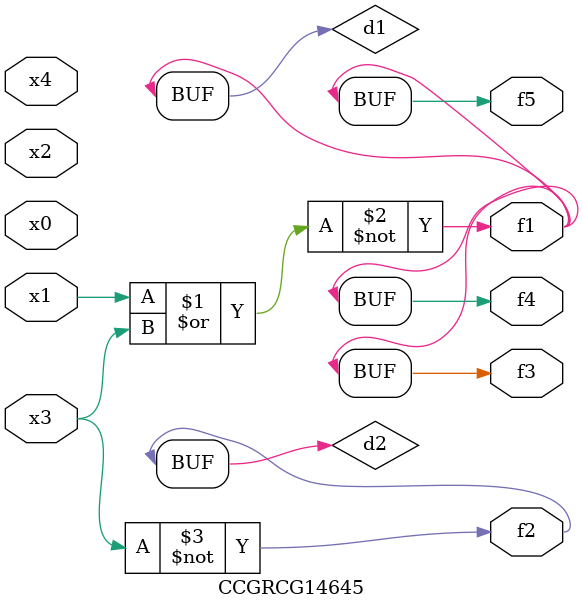
<source format=v>
module CCGRCG14645(
	input x0, x1, x2, x3, x4,
	output f1, f2, f3, f4, f5
);

	wire d1, d2;

	nor (d1, x1, x3);
	not (d2, x3);
	assign f1 = d1;
	assign f2 = d2;
	assign f3 = d1;
	assign f4 = d1;
	assign f5 = d1;
endmodule

</source>
